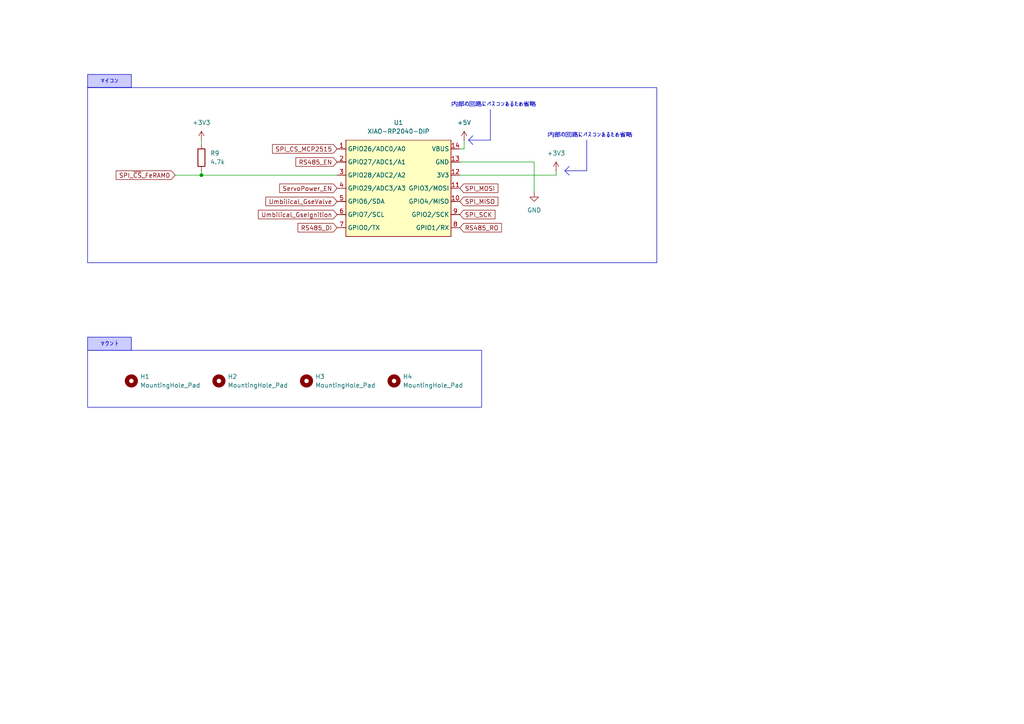
<source format=kicad_sch>
(kicad_sch (version 20250114) (generator "eeschema") (generator_version "9.0")
  (paper "A4")
  (lib_symbols
    (symbol "Device:R" (pin_numbers (hide yes)) (pin_names (offset 0))
      (property "Reference" "R" (at 2.032 0 90))
      (property "Value" "R" (at 0 0 90))
      (symbol "R_0_1"
        (rectangle (start -1.016 -2.54) (end 1.016 2.54) (stroke (width 0.254)))
      )
      (symbol "R_1_1"
        (pin passive line (at 0 3.81 270) (length 1.27) (name "~") (number "1"))
        (pin passive line (at 0 -3.81 90) (length 1.27) (name "~") (number "2"))
      )
    )
    (symbol "Mechanical:MountingHole" (pin_names (offset 1.016)) (exclude_from_sim yes) (in_bom no)
      (property "Reference" "H" (at 0 5.08 0))
      (property "Value" "MountingHole" (at 0 3.175 0))
      (symbol "MountingHole_0_1"
        (circle (center 0 0) (radius 1.27) (stroke (width 1.27)))
      )
    )
    (symbol "TSRP_Seeed_Studio_XIAO_Series:XIAO-RP2040-DIP"
      (property "Reference" "U1" (at 13.97 2.54 0))
      (property "Value" "XIAO-RP2040-DIP" (at 13.97 0 0))
      (symbol "XIAO-RP2040-DIP_1_0"
        (polyline (pts (xy -1.27 -5.08) (xy -2.54 -5.08)) (stroke (width 0.1524)))
        (polyline (pts (xy -1.27 -5.08) (xy -1.27 -2.54)) (stroke (width 0.1524)))
        (polyline (pts (xy -1.27 -8.89) (xy -2.54 -8.89)) (stroke (width 0.1524)))
        (polyline (pts (xy -1.27 -8.89) (xy -1.27 -5.08)) (stroke (width 0.1524)))
        (polyline (pts (xy -1.27 -12.7) (xy -2.54 -12.7)) (stroke (width 0.1524)))
        (polyline (pts (xy -1.27 -12.7) (xy -1.27 -8.89)) (stroke (width 0.1524)))
        (polyline (pts (xy -1.27 -16.51) (xy -2.54 -16.51)) (stroke (width 0.1524)))
        (polyline (pts (xy -1.27 -16.51) (xy -1.27 -12.7)) (stroke (width 0.1524)))
        (polyline (pts (xy -1.27 -20.32) (xy -2.54 -20.32)) (stroke (width 0.1524)))
        (polyline (pts (xy -1.27 -24.13) (xy -2.54 -24.13)) (stroke (width 0.1524)))
        (polyline (pts (xy -1.27 -27.94) (xy -2.54 -27.94)) (stroke (width 0.1524)))
        (polyline (pts (xy -1.27 -30.48) (xy -1.27 -16.51)) (stroke (width 0.1524)))
        (polyline (pts (xy 29.21 -2.54) (xy 29.21 -5.08)) (stroke (width 0.1524)))
        (polyline (pts (xy 29.21 -5.08) (xy 29.21 -8.89)) (stroke (width 0.1524)))
        (polyline (pts (xy 29.21 -8.89) (xy 29.21 -12.7)) (stroke (width 0.1524)))
        (polyline (pts (xy 29.21 -12.7) (xy 29.21 -30.48)) (stroke (width 0.1524)))
        (polyline (pts (xy 29.21 -30.48) (xy -1.27 -30.48)) (stroke (width 0.1524)))
        (polyline (pts (xy 30.48 -5.08) (xy 29.21 -5.08)) (stroke (width 0.1524)))
        (polyline (pts (xy 30.48 -8.89) (xy 29.21 -8.89)) (stroke (width 0.1524)))
        (polyline (pts (xy 30.48 -12.7) (xy 29.21 -12.7)) (stroke (width 0.1524)))
        (polyline (pts (xy 30.48 -16.51) (xy 29.21 -16.51)) (stroke (width 0.1524)))
        (polyline (pts (xy 30.48 -20.32) (xy 29.21 -20.32)) (stroke (width 0.1524)))
        (polyline (pts (xy 30.48 -24.13) (xy 29.21 -24.13)) (stroke (width 0.1524)))
        (polyline (pts (xy 30.48 -27.94) (xy 29.21 -27.94)) (stroke (width 0.1524)))
        (pin passive line (at -3.81 -5.08 0) (length 2.54) (name "GPIO26/ADC0/A0") (number "1"))
        (pin passive line (at -3.81 -8.89 0) (length 2.54) (name "GPIO27/ADC1/A1") (number "2"))
        (pin passive line (at -3.81 -12.7 0) (length 2.54) (name "GPIO28/ADC2/A2") (number "3"))
        (pin passive line (at -3.81 -16.51 0) (length 2.54) (name "GPIO29/ADC3/A3") (number "4"))
        (pin passive line (at -3.81 -20.32 0) (length 2.54) (name "GPIO6/SDA") (number "5"))
        (pin passive line (at -3.81 -24.13 0) (length 2.54) (name "GPIO7/SCL") (number "6"))
        (pin passive line (at -3.81 -27.94 0) (length 2.54) (name "GPIO0/TX") (number "7"))
        (pin passive line (at 31.75 -5.08 180) (length 2.54) (name "VBUS") (number "14"))
        (pin passive line (at 31.75 -8.89 180) (length 2.54) (name "GND") (number "13"))
        (pin passive line (at 31.75 -12.7 180) (length 2.54) (name "3V3") (number "12"))
        (pin passive line (at 31.75 -16.51 180) (length 2.54) (name "GPIO3/MOSI") (number "11"))
        (pin passive line (at 31.75 -20.32 180) (length 2.54) (name "GPIO4/MISO") (number "10"))
        (pin passive line (at 31.75 -24.13 180) (length 2.54) (name "GPIO2/SCK") (number "9"))
        (pin passive line (at 31.75 -27.94 180) (length 2.54) (name "GPIO1/RX") (number "8"))
      )
      (symbol "XIAO-RP2040-DIP_1_1"
        (rectangle (start -1.27 -2.54) (end 29.21 -30.48) (fill (type background)))
      )
    )
    (symbol "power:+3V3" (power) (pin_numbers (hide yes)) (pin_names (offset 0) (hide yes))
      (property "Value" "+3V3" (at 0 3.556 0))
      (symbol "+3V3_0_1"
        (polyline (pts (xy -0.762 1.27) (xy 0 2.54)))
        (polyline (pts (xy 0 2.54) (xy 0.762 1.27)))
        (polyline (pts (xy 0 0) (xy 0 2.54)))
      )
      (symbol "+3V3_1_1"
        (pin power_in line (at 0 0 90) (length 0) (name "~") (number "1"))
      )
    )
    (symbol "power:+5V" (power) (pin_numbers (hide yes)) (pin_names (offset 0) (hide yes))
      (property "Value" "+5V" (at 0 3.556 0))
      (symbol "+5V_0_1"
        (polyline (pts (xy -0.762 1.27) (xy 0 2.54)))
        (polyline (pts (xy 0 2.54) (xy 0.762 1.27)))
        (polyline (pts (xy 0 0) (xy 0 2.54)))
      )
      (symbol "+5V_1_1"
        (pin power_in line (at 0 0 90) (length 0) (name "~") (number "1"))
      )
    )
    (symbol "power:GND" (power) (pin_numbers (hide yes)) (pin_names (offset 0) (hide yes))
      (property "Value" "GND" (at 0 -3.81 0))
      (symbol "GND_0_1"
        (polyline (pts (xy 0 0) (xy 0 -1.27) (xy 1.27 -1.27) (xy 0 -2.54) (xy -1.27 -1.27) (xy 0 -1.27)))
      )
      (symbol "GND_1_1"
        (pin power_in line (at 0 0 270) (length 0) (name "~") (number "1"))
      )
    )
  )
  (rectangle (start 25.4 25.4) (end 190.5 76.2))
  (rectangle (start 25.4 101.6) (end 139.7 118.11))
  (text "内部の回路にパスコンあるため省略" (at 143.256 30.48 0) (effects (font (size 1.27 1.27))))
  (text "内部の回路にパスコンあるため省略" (at 171.196 39.37 0) (effects (font (size 1.27 1.27))))
  (text_box "マイコン" (at 25.4 21.59 0) (size 12.7 3.81) (margins 0.9525 0.9525 0.9525 0.9525) (fill (type color) (color 0 0 255 0.2)) (effects (font (size 1.27 1.27))))
  (text_box "マウント" (at 25.4 97.79 0) (size 12.7 3.81) (margins 0.9525 0.9525 0.9525 0.9525) (fill (type color) (color 0 0 255 0.2)) (effects (font (size 1.27 1.27))))
  (junction (at 58.42 50.8))
  (polyline (pts (xy 163.83 49.53) (xy 170.18 49.53)))
  (wire (pts (xy 58.42 49.53) (xy 58.42 50.8)))
  (wire (pts (xy 133.35 43.18) (xy 134.62 43.18)))
  (polyline (pts (xy 163.83 49.53) (xy 165.1 50.8)))
  (wire (pts (xy 133.35 46.99) (xy 154.94 46.99)))
  (polyline (pts (xy 135.89 40.64) (xy 137.16 39.37)))
  (polyline (pts (xy 142.24 31.75) (xy 142.24 40.64)))
  (polyline (pts (xy 170.18 40.64) (xy 170.18 49.53)))
  (polyline (pts (xy 135.89 40.64) (xy 142.24 40.64)))
  (wire (pts (xy 161.29 49.53) (xy 161.29 50.8)))
  (wire (pts (xy 58.42 50.8) (xy 97.79 50.8)))
  (wire (pts (xy 58.42 40.64) (xy 58.42 41.91)))
  (wire (pts (xy 161.29 50.8) (xy 133.35 50.8)))
  (wire (pts (xy 134.62 43.18) (xy 134.62 40.64)))
  (polyline (pts (xy 135.89 40.64) (xy 137.16 41.91)))
  (wire (pts (xy 50.8 50.8) (xy 58.42 50.8)))
  (wire (pts (xy 154.94 46.99) (xy 154.94 55.88)))
  (polyline (pts (xy 163.83 49.53) (xy 165.1 48.26)))
  (global_label "Umbilical_GseValve" (shape input) (at 97.79 58.42 180) (property "Intersheetrefs" "${INTERSHEET_REFS}" (effects (hide yes))))
  (global_label "ServoPower_EN" (shape input) (at 97.79 54.61 180) (property "Intersheetrefs" "${INTERSHEET_REFS}" (effects (hide yes))))
  (global_label "RS485_DI" (shape input) (at 97.79 66.04 180) (property "Intersheetrefs" "${INTERSHEET_REFS}" (effects (hide yes))))
  (global_label "RS485_RO" (shape input) (at 133.35 66.04 0) (property "Intersheetrefs" "${INTERSHEET_REFS}" (effects (hide yes))))
  (global_label "SPI_CS_MCP2515" (shape input) (at 97.79 43.18 180) (property "Intersheetrefs" "${INTERSHEET_REFS}" (effects (hide yes))))
  (global_label "SPI_MISO" (shape input) (at 133.35 58.42 0) (property "Intersheetrefs" "${INTERSHEET_REFS}" (effects (hide yes))))
  (global_label "RS485_EN" (shape input) (at 97.79 46.99 180) (property "Intersheetrefs" "${INTERSHEET_REFS}" (effects (hide yes))))
  (global_label "Umbilical_GseIgnition" (shape input) (at 97.79 62.23 180) (property "Intersheetrefs" "${INTERSHEET_REFS}" (effects (hide yes))))
  (global_label "SPI_SCK" (shape input) (at 133.35 62.23 0) (property "Intersheetrefs" "${INTERSHEET_REFS}" (effects (hide yes))))
  (global_label "SPI_MOSI" (shape input) (at 133.35 54.61 0) (property "Intersheetrefs" "${INTERSHEET_REFS}" (effects (hide yes))))
  (global_label "SPI_~{CS}_FeRAM0" (shape input) (at 50.8 50.8 180) (property "Intersheetrefs" "${INTERSHEET_REFS}" (effects (hide yes))))
  (symbol (lib_id "Mechanical:MountingHole") (at 114.3 110.49 0) (unit 1)
    (property "Reference" "H4" (at 116.84 109.2199 0) (effects (justify left)))
    (property "Value" "MountingHole_Pad" (at 116.84 111.7599 0) (effects (justify left)))
    (property "Footprint" "MountingHole:MountingHole_3.2mm_M3_Pad_TopBottom" (effects (hide yes)))
    (property "Description" "Mounting Hole without connection" (effects (hide yes)))
  )
  (symbol (lib_id "Mechanical:MountingHole") (at 38.1 110.49 0) (unit 1)
    (property "Reference" "H1" (at 40.64 109.2199 0) (effects (justify left)))
    (property "Value" "MountingHole_Pad" (at 40.64 111.7599 0) (effects (justify left)))
    (property "Footprint" "MountingHole:MountingHole_3.2mm_M3_Pad_TopBottom" (effects (hide yes)))
    (property "Description" "Mounting Hole without connection" (effects (hide yes)))
  )
  (symbol (lib_id "TSRP_Seeed_Studio_XIAO_Series:XIAO-RP2040-DIP") (at 101.6 38.1 0) (unit 1)
    (property "Reference" "U1" (at 115.57 35.56 0))
    (property "Value" "XIAO-RP2040-DIP" (at 115.57 38.1 0))
    (property "Footprint" "TSRP_Seeed_XIAO:XIAO-RP2040-SMD" (effects (hide yes)))
  )
  (symbol (lib_id "power:GND") (at 154.94 55.88 0) (unit 1)
    (property "Reference" "#PWR05" (effects (hide yes)))
    (property "Value" "GND" (at 154.94 60.96 0))
    (property "Description" "Power symbol creates a global label with name \"GND\" , ground" (effects (hide yes)))
  )
  (symbol (lib_id "Mechanical:MountingHole") (at 63.5 110.49 0) (unit 1)
    (property "Reference" "H2" (at 66.04 109.2199 0) (effects (justify left)))
    (property "Value" "MountingHole_Pad" (at 66.04 111.7599 0) (effects (justify left)))
    (property "Footprint" "MountingHole:MountingHole_3.2mm_M3_Pad_TopBottom" (effects (hide yes)))
    (property "Description" "Mounting Hole without connection" (effects (hide yes)))
  )
  (symbol (lib_id "Device:R") (at 58.42 45.72 0) (unit 1)
    (property "Reference" "R9" (at 60.96 44.4499 0) (effects (justify left)))
    (property "Value" "4.7k" (at 60.96 46.9899 0) (effects (justify left)))
    (property "Footprint" "Resistor_SMD:R_0603_1608Metric_Pad0.98x0.95mm_HandSolder" (effects (hide yes)))
    (property "Description" "Resistor" (effects (hide yes)))
  )
  (symbol (lib_id "power:+3V3") (at 58.42 40.64 0) (unit 1)
    (property "Reference" "#PWR046" (effects (hide yes)))
    (property "Value" "+3V3" (at 58.42 35.56 0))
    (property "Description" "Power symbol creates a global label with name \"+3V3\"" (effects (hide yes)))
  )
  (symbol (lib_id "power:+5V") (at 134.62 40.64 0) (unit 1)
    (property "Reference" "#PWR04" (effects (hide yes)))
    (property "Value" "+5V" (at 134.62 35.56 0))
    (property "Description" "Power symbol creates a global label with name \"+5V\"" (effects (hide yes)))
  )
  (symbol (lib_id "power:+3V3") (at 161.29 49.53 0) (unit 1)
    (property "Reference" "#PWR041" (effects (hide yes)))
    (property "Value" "+3V3" (at 161.29 44.45 0))
    (property "Description" "Power symbol creates a global label with name \"+3V3\"" (effects (hide yes)))
  )
  (symbol (lib_id "Mechanical:MountingHole") (at 88.9 110.49 0) (unit 1)
    (property "Reference" "H3" (at 91.44 109.2199 0) (effects (justify left)))
    (property "Value" "MountingHole_Pad" (at 91.44 111.7599 0) (effects (justify left)))
    (property "Footprint" "MountingHole:MountingHole_3.2mm_M3_Pad_TopBottom" (effects (hide yes)))
    (property "Description" "Mounting Hole without connection" (effects (hide yes)))
  )
)
</source>
